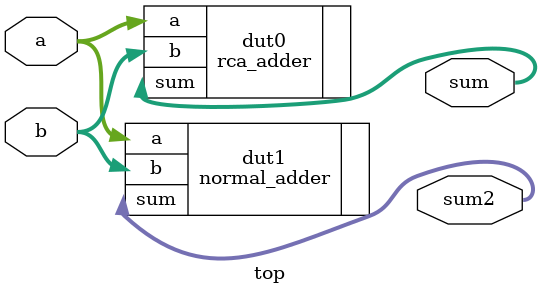
<source format=v>
module top (
    input [31:0]    a,
    input [31:0]    b,
    output [31:0]   sum,
    output [31:0]   sum2
);

    rca_adder dut0(
        .a(a),
        .b(b),
        .sum(sum)
    );

    normal_adder dut1(
        .a(a),
        .b(b),
        .sum(sum2)
    );

endmodule
</source>
